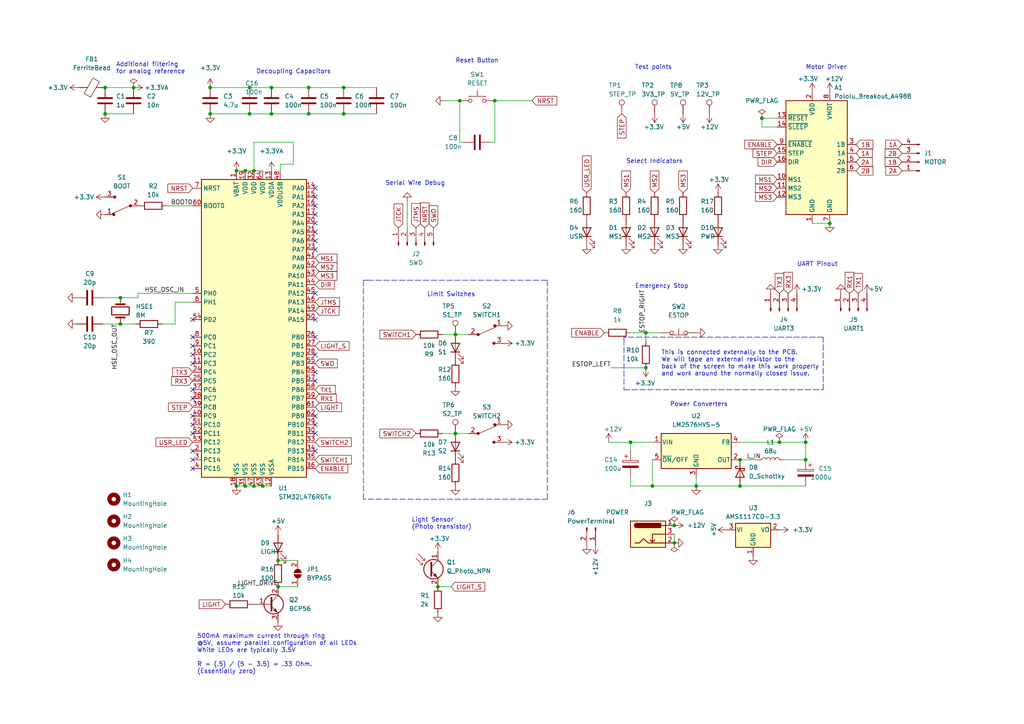
<source format=kicad_sch>
(kicad_sch (version 20211123) (generator eeschema)
  (paper "A4")
  (junction (at 143.51 29.21))
  (junction (at 132.08 97.028))
  (junction (at 73.66 140.97))
  (junction (at 240.665 64.77))
  (junction (at 72.39 25.4))
  (junction (at 99.695 25.4))
  (junction (at 220.98 34.29))
  (junction (at 60.96 33.02))
  (junction (at 99.695 33.02))
  (junction (at 68.58 140.97))
  (junction (at 73.66 49.53))
  (junction (at 226.06 128.27))
  (junction (at 89.535 25.4))
  (junction (at 182.88 128.27))
  (junction (at 71.12 49.53))
  (junction (at 133.35 29.21))
  (junction (at 68.58 49.53))
  (junction (at 195.58 152.4))
  (junction (at 201.93 140.97))
  (junction (at 72.39 33.02))
  (junction (at 195.58 157.48))
  (junction (at 80.645 162.56))
  (junction (at 187.325 96.52))
  (junction (at 214.63 140.97))
  (junction (at 189.23 140.97))
  (junction (at 127 170.18))
  (junction (at 30.48 25.4))
  (junction (at 187.325 106.68))
  (junction (at 34.925 93.98))
  (junction (at 80.645 170.18))
  (junction (at 76.2 140.97))
  (junction (at 89.535 33.02))
  (junction (at 34.925 86.36))
  (junction (at 78.74 33.02))
  (junction (at 132.08 125.73))
  (junction (at 38.735 25.4))
  (junction (at 60.96 25.4))
  (junction (at 30.48 33.02))
  (junction (at 71.12 140.97))
  (junction (at 78.74 25.4))
  (junction (at 214.63 133.35))
  (junction (at 233.68 133.35))
  (junction (at 233.68 128.27))
  (no_connect (at 55.88 105.41))
  (no_connect (at 91.44 54.61))
  (no_connect (at 91.44 97.79))
  (no_connect (at 91.44 57.15))
  (no_connect (at 91.44 107.95))
  (no_connect (at 91.44 72.39))
  (no_connect (at 91.44 110.49))
  (no_connect (at 55.88 113.03))
  (no_connect (at 55.88 97.79))
  (no_connect (at 91.44 120.65))
  (no_connect (at 91.44 130.81))
  (no_connect (at 91.44 92.71))
  (no_connect (at 91.44 123.19))
  (no_connect (at 55.88 102.87))
  (no_connect (at 55.88 123.19))
  (no_connect (at 55.88 133.35))
  (no_connect (at 91.44 67.31))
  (no_connect (at 91.44 125.73))
  (no_connect (at 55.88 135.89))
  (no_connect (at 55.88 120.65))
  (no_connect (at 91.44 85.09))
  (no_connect (at 55.88 125.73))
  (no_connect (at 55.88 130.81))
  (no_connect (at 91.44 62.23))
  (no_connect (at 91.44 59.69))
  (no_connect (at 55.88 115.57))
  (no_connect (at 91.44 102.87))
  (no_connect (at 55.88 92.71))
  (no_connect (at 55.88 100.33))
  (no_connect (at 91.44 69.85))
  (no_connect (at 91.44 64.77))
  (polyline (pts (xy 180.975 98.425) (xy 180.975 113.03)))
  (wire (pts (xy 85.09 41.275) (xy 73.66 41.275)))
  (wire (pts (xy 128.905 29.21) (xy 133.35 29.21)))
  (wire (pts (xy 71.12 140.97) (xy 73.66 140.97)))
  (wire (pts (xy 227.33 133.35) (xy 233.68 133.35)))
  (wire (pts (xy 85.09 47.625) (xy 85.09 41.275)))
  (wire (pts (xy 30.48 25.4) (xy 38.735 25.4)))
  (wire (pts (xy 177.165 106.68) (xy 187.325 106.68)))
  (polyline (pts (xy 106.68 81.28) (xy 158.75 81.28)))
  (wire (pts (xy 118.11 58.42) (xy 118.11 66.04)))
  (wire (pts (xy 176.53 128.27) (xy 182.88 128.27)))
  (wire (pts (xy 40.005 85.09) (xy 55.88 85.09)))
  (polyline (pts (xy 180.975 113.03) (xy 238.76 113.03)))
  (wire (pts (xy 235.585 64.77) (xy 240.665 64.77)))
  (wire (pts (xy 189.23 133.35) (xy 189.23 140.97)))
  (wire (pts (xy 99.695 33.02) (xy 109.22 33.02)))
  (wire (pts (xy 99.695 25.4) (xy 109.22 25.4)))
  (wire (pts (xy 73.66 140.97) (xy 76.2 140.97)))
  (wire (pts (xy 73.66 49.53) (xy 76.2 49.53)))
  (polyline (pts (xy 105.41 81.28) (xy 106.68 81.28)))
  (wire (pts (xy 78.74 25.4) (xy 89.535 25.4)))
  (polyline (pts (xy 238.76 113.03) (xy 238.76 97.79)))
  (wire (pts (xy 214.63 128.27) (xy 226.06 128.27)))
  (wire (pts (xy 48.26 59.69) (xy 55.88 59.69)))
  (wire (pts (xy 233.68 128.27) (xy 233.68 133.35)))
  (wire (pts (xy 34.925 93.98) (xy 39.37 93.98)))
  (polyline (pts (xy 158.75 81.28) (xy 158.75 144.78)))
  (wire (pts (xy 201.93 140.97) (xy 214.63 140.97)))
  (wire (pts (xy 80.645 170.18) (xy 86.36 170.18)))
  (wire (pts (xy 128.27 125.73) (xy 132.08 125.73)))
  (wire (pts (xy 78.74 33.02) (xy 89.535 33.02)))
  (wire (pts (xy 89.535 33.02) (xy 99.695 33.02)))
  (wire (pts (xy 142.24 41.275) (xy 143.51 41.275)))
  (wire (pts (xy 143.51 29.21) (xy 143.51 41.275)))
  (wire (pts (xy 189.23 140.97) (xy 201.93 140.97)))
  (wire (pts (xy 182.88 128.27) (xy 182.88 130.81)))
  (wire (pts (xy 127 170.18) (xy 130.81 170.18)))
  (wire (pts (xy 133.35 29.21) (xy 133.35 41.275)))
  (wire (pts (xy 143.51 29.21) (xy 154.305 29.21)))
  (wire (pts (xy 50.8 87.63) (xy 55.88 87.63)))
  (wire (pts (xy 68.58 49.53) (xy 71.12 49.53)))
  (wire (pts (xy 80.645 162.56) (xy 86.36 162.56)))
  (wire (pts (xy 81.28 49.53) (xy 81.28 47.625)))
  (wire (pts (xy 29.845 93.98) (xy 34.925 93.98)))
  (wire (pts (xy 201.93 138.43) (xy 201.93 140.97)))
  (wire (pts (xy 50.8 93.98) (xy 50.8 87.63)))
  (wire (pts (xy 182.88 140.97) (xy 189.23 140.97)))
  (wire (pts (xy 68.58 140.97) (xy 71.12 140.97)))
  (wire (pts (xy 81.28 47.625) (xy 85.09 47.625)))
  (wire (pts (xy 214.63 140.97) (xy 233.68 140.97)))
  (wire (pts (xy 72.39 25.4) (xy 78.74 25.4)))
  (polyline (pts (xy 180.975 97.79) (xy 180.975 98.425)))
  (wire (pts (xy 46.99 93.98) (xy 50.8 93.98)))
  (wire (pts (xy 71.12 49.53) (xy 73.66 49.53)))
  (wire (pts (xy 214.63 133.35) (xy 219.71 133.35)))
  (polyline (pts (xy 238.76 97.79) (xy 180.975 97.79)))
  (wire (pts (xy 72.39 33.02) (xy 78.74 33.02)))
  (wire (pts (xy 132.08 97.028) (xy 135.89 97.028)))
  (wire (pts (xy 220.98 34.29) (xy 220.98 36.83)))
  (wire (pts (xy 76.2 140.97) (xy 78.74 140.97)))
  (wire (pts (xy 29.845 86.36) (xy 34.925 86.36)))
  (wire (pts (xy 132.08 125.73) (xy 135.89 125.73)))
  (wire (pts (xy 60.96 25.4) (xy 72.39 25.4)))
  (wire (pts (xy 60.96 33.02) (xy 72.39 33.02)))
  (wire (pts (xy 134.62 41.275) (xy 133.35 41.275)))
  (polyline (pts (xy 105.41 144.78) (xy 105.41 81.28)))
  (wire (pts (xy 187.325 96.52) (xy 191.77 96.52)))
  (wire (pts (xy 30.48 33.02) (xy 38.735 33.02)))
  (wire (pts (xy 182.88 138.43) (xy 182.88 140.97)))
  (wire (pts (xy 225.425 34.29) (xy 220.98 34.29)))
  (polyline (pts (xy 158.75 144.78) (xy 105.41 144.78)))
  (wire (pts (xy 187.325 96.52) (xy 187.325 99.06)))
  (wire (pts (xy 34.925 86.36) (xy 40.005 86.36)))
  (wire (pts (xy 73.66 41.275) (xy 73.66 49.53)))
  (wire (pts (xy 182.88 128.27) (xy 189.23 128.27)))
  (wire (pts (xy 195.58 154.94) (xy 195.58 157.48)))
  (wire (pts (xy 226.06 128.27) (xy 233.68 128.27)))
  (wire (pts (xy 220.98 36.83) (xy 225.425 36.83)))
  (wire (pts (xy 182.88 96.52) (xy 187.325 96.52)))
  (wire (pts (xy 128.27 97.028) (xy 132.08 97.028)))
  (wire (pts (xy 89.535 25.4) (xy 99.695 25.4)))
  (wire (pts (xy 40.005 86.36) (xy 40.005 85.09)))
  (text "UART Pinout" (at 231.14 77.47 0) (effects (font (size 1.27 1.27)) (justify left bottom)))
  (text "Serial Wire Debug" (at 111.76 53.975 0) (effects (font (size 1.27 1.27)) (justify left bottom)))
  (text "Additional filtering\nfor analog reference" (at 33.655 21.59 0) (effects (font (size 1.27 1.27)) (justify left bottom)))
  (text "Test points" (at 184.15 20.32 0) (effects (font (size 1.27 1.27)) (justify left bottom)))
  (text "Decoupling Capacitors" (at 74.295 21.59 0) (effects (font (size 1.27 1.27)) (justify left bottom)))
  (text "Power Converters" (at 194.31 118.11 0) (effects (font (size 1.27 1.27)) (justify left bottom)))
  (text "This is connected externally to the PCB.\nWe will tape an external resistor to the\nback of the screen to make this work properly\nand work around the normally closed issue." (at 191.77 109.22 0) (effects (font (size 1.27 1.27)) (justify left bottom)))
  (text "500mA maximum current through ring\n@5V, assume parallel configuration of all LEDs\nWhite LEDs are typically 3.5V\n\nR = (.5) / (5 - 3.5) = .33 Ohm.\n(Essentially zero)" (at 57.15 195.58 0) (effects (font (size 1.27 1.27)) (justify left bottom)))
  (text "Select Indicators" (at 181.61 47.625 0) (effects (font (size 1.27 1.27)) (justify left bottom)))
  (text "Reset Button" (at 132.08 18.415 0) (effects (font (size 1.27 1.27)) (justify left bottom)))
  (text "Emergency Stop" (at 184.15 83.82 0) (effects (font (size 1.27 1.27)) (justify left bottom)))
  (text "Light Sensor\n(Photo transistor)" (at 119.38 153.67 0) (effects (font (size 1.27 1.27)) (justify left bottom)))
  (text "Motor Driver" (at 233.68 20.32 0) (effects (font (size 1.27 1.27)) (justify left bottom)))
  (text "Limit Switches" (at 123.825 86.233 0) (effects (font (size 1.27 1.27)) (justify left bottom)))
  (label "L_IN" (at 216.535 133.35 0))
  (label "ESTOP_RIGHT" (at 187.325 96.52 90))
  (label "HSE_OSC_IN" (at 41.91 85.09 0))
  (label "BOOT0" (at 49.53 59.69 0))
  (label "HSE_OSC_OUT" (at 34.29 93.98 270))
  (label "ESTOP_LEFT" (at 177.165 106.68 180))
  (label "LIGHT_DRIVE" (at 80.645 170.18 180))
  (global_label "TX3" (shape input) (at 226.06 85.09 90) (property "Intersheet References" "${INTERSHEET_REFS}" (effects hide)))
  (global_label "SWITCH2" (shape input) (at 120.65 125.73 180) (property "Intersheet References" "${INTERSHEET_REFS}" (effects hide)))
  (global_label "SWO" (shape input) (at 125.73 66.04 90) (property "Intersheet References" "${INTERSHEET_REFS}" (effects hide)))
  (global_label "LIGHT" (shape input) (at 91.44 118.11 0) (property "Intersheet References" "${INTERSHEET_REFS}" (effects hide)))
  (global_label "USR_LED" (shape input) (at 55.88 128.27 180) (property "Intersheet References" "${INTERSHEET_REFS}" (effects hide)))
  (global_label "JTCK" (shape input) (at 115.57 66.04 90) (property "Intersheet References" "${INTERSHEET_REFS}" (effects hide)))
  (global_label "MS1" (shape input) (at 181.61 55.88 90) (property "Intersheet References" "${INTERSHEET_REFS}" (effects hide)))
  (global_label "RX3" (shape input) (at 55.88 110.49 180) (property "Intersheet References" "${INTERSHEET_REFS}" (effects hide)))
  (global_label "1B" (shape input) (at 261.62 46.99 180) (property "Intersheet References" "${INTERSHEET_REFS}" (effects hide)))
  (global_label "2B" (shape input) (at 261.62 44.45 180) (property "Intersheet References" "${INTERSHEET_REFS}" (effects hide)))
  (global_label "1B" (shape input) (at 248.285 41.91 0) (property "Intersheet References" "${INTERSHEET_REFS}" (effects hide)))
  (global_label "RX1" (shape input) (at 246.38 85.09 90) (property "Intersheet References" "${INTERSHEET_REFS}" (effects hide)))
  (global_label "LIGHT_S" (shape input) (at 91.44 100.33 0) (property "Intersheet References" "${INTERSHEET_REFS}" (effects hide)))
  (global_label "STEP" (shape input) (at 225.425 44.45 180) (property "Intersheet References" "${INTERSHEET_REFS}" (effects hide)))
  (global_label "SWITCH2" (shape input) (at 91.44 128.27 0) (property "Intersheet References" "${INTERSHEET_REFS}" (effects hide)))
  (global_label "2A" (shape input) (at 248.285 46.99 0) (property "Intersheet References" "${INTERSHEET_REFS}" (effects hide)))
  (global_label "MS3" (shape input) (at 91.44 80.01 0) (property "Intersheet References" "${INTERSHEET_REFS}" (effects hide)))
  (global_label "MS3" (shape input) (at 198.12 55.88 90) (property "Intersheet References" "${INTERSHEET_REFS}" (effects hide)))
  (global_label "RX1" (shape input) (at 91.44 115.57 0) (property "Intersheet References" "${INTERSHEET_REFS}" (effects hide)))
  (global_label "DIR" (shape input) (at 225.425 46.99 180) (property "Intersheet References" "${INTERSHEET_REFS}" (effects hide)))
  (global_label "SWO" (shape input) (at 91.44 105.41 0) (property "Intersheet References" "${INTERSHEET_REFS}" (effects hide)))
  (global_label "SWITCH1" (shape input) (at 91.44 133.35 0) (property "Intersheet References" "${INTERSHEET_REFS}" (effects hide)))
  (global_label "TX3" (shape input) (at 55.88 107.95 180) (property "Intersheet References" "${INTERSHEET_REFS}" (effects hide)))
  (global_label "NRST" (shape input) (at 123.19 66.04 90) (property "Intersheet References" "${INTERSHEET_REFS}" (effects hide)))
  (global_label "JTMS" (shape input) (at 91.44 87.63 0) (property "Intersheet References" "${INTERSHEET_REFS}" (effects hide)))
  (global_label "STEP" (shape input) (at 180.34 33.02 270) (property "Intersheet References" "${INTERSHEET_REFS}" (effects hide)))
  (global_label "2A" (shape input) (at 261.62 49.53 180) (property "Intersheet References" "${INTERSHEET_REFS}" (effects hide)))
  (global_label "USR_LED" (shape input) (at 170.18 55.88 90) (property "Intersheet References" "${INTERSHEET_REFS}" (effects hide)))
  (global_label "ENABLE" (shape input) (at 225.425 41.91 180) (property "Intersheet References" "${INTERSHEET_REFS}" (effects hide)))
  (global_label "NRST" (shape input) (at 154.305 29.21 0) (property "Intersheet References" "${INTERSHEET_REFS}" (effects hide)))
  (global_label "ENABLE" (shape input) (at 175.26 96.52 180) (property "Intersheet References" "${INTERSHEET_REFS}" (effects hide)))
  (global_label "RX3" (shape input) (at 228.6 85.09 90) (property "Intersheet References" "${INTERSHEET_REFS}" (effects hide)))
  (global_label "MS1" (shape input) (at 91.44 74.93 0) (property "Intersheet References" "${INTERSHEET_REFS}" (effects hide)))
  (global_label "SWITCH1" (shape input) (at 120.65 97.028 180) (property "Intersheet References" "${INTERSHEET_REFS}" (effects hide)))
  (global_label "LIGHT_S" (shape input) (at 130.81 170.18 0) (property "Intersheet References" "${INTERSHEET_REFS}" (effects hide)))
  (global_label "MS2" (shape input) (at 91.44 77.47 0) (property "Intersheet References" "${INTERSHEET_REFS}" (effects hide)))
  (global_label "STEP" (shape input) (at 55.88 118.11 180) (property "Intersheet References" "${INTERSHEET_REFS}" (effects hide)))
  (global_label "LIGHT" (shape input) (at 65.405 175.26 180) (property "Intersheet References" "${INTERSHEET_REFS}" (effects hide)))
  (global_label "JTMS" (shape input) (at 120.65 66.04 90) (property "Intersheet References" "${INTERSHEET_REFS}" (effects hide)))
  (global_label "MS1" (shape input) (at 225.425 52.07 180) (property "Intersheet References" "${INTERSHEET_REFS}" (effects hide)))
  (global_label "DIR" (shape input) (at 91.44 82.55 0) (property "Intersheet References" "${INTERSHEET_REFS}" (effects hide)))
  (global_label "MS2" (shape input) (at 189.865 55.88 90) (property "Intersheet References" "${INTERSHEET_REFS}" (effects hide)))
  (global_label "ENABLE" (shape input) (at 91.44 135.89 0) (property "Intersheet References" "${INTERSHEET_REFS}" (effects hide)))
  (global_label "2B" (shape input) (at 248.285 49.53 0) (property "Intersheet References" "${INTERSHEET_REFS}" (effects hide)))
  (global_label "TX1" (shape input) (at 91.44 113.03 0) (property "Intersheet References" "${INTERSHEET_REFS}" (effects hide)))
  (global_label "MS2" (shape input) (at 225.425 54.61 180) (property "Intersheet References" "${INTERSHEET_REFS}" (effects hide)))
  (global_label "JTCK" (shape input) (at 91.44 90.17 0) (property "Intersheet References" "${INTERSHEET_REFS}" (effects hide)))
  (global_label "1A" (shape input) (at 261.62 41.91 180) (property "Intersheet References" "${INTERSHEET_REFS}" (effects hide)))
  (global_label "MS3" (shape input) (at 225.425 57.15 180) (property "Intersheet References" "${INTERSHEET_REFS}" (effects hide)))
  (global_label "1A" (shape input) (at 248.285 44.45 0) (property "Intersheet References" "${INTERSHEET_REFS}" (effects hide)))
  (global_label "NRST" (shape input) (at 55.88 54.61 180) (property "Intersheet References" "${INTERSHEET_REFS}" (effects hide)))
  (global_label "TX1" (shape input) (at 248.92 85.09 90) (property "Intersheet References" "${INTERSHEET_REFS}" (effects hide)))
  (symbol (lib_id "Device:R") (at 187.325 102.87 0) (unit 1)
    (property "Reference" "R10" (at 181.61 101.6 0) (effects (justify left)))
    (property "Value" "10k" (at 181.61 104.14 0) (effects (justify left)))
    (property "Footprint" "Resistor_SMD:R_0402_1005Metric" (effects hide))
  )
  (symbol (lib_id "Connector:TestPoint") (at 132.08 97.028 0) (unit 1)
    (property "Reference" "TP5" (at 128.27 88.773 0) (effects (justify left)))
    (property "Value" "S1_TP" (at 128.27 91.313 0) (effects (justify left)))
    (property "Footprint" "TestPoint:TestPoint_Pad_D1.5mm" (effects hide))
  )
  (symbol (lib_id "Jumper:SolderJumper_2_Open") (at 86.36 166.37 90) (unit 1)
    (property "Reference" "JP1" (at 88.9 165.0999 90) (effects (justify right)))
    (property "Value" "BYPASS" (at 88.9 167.6399 90) (effects (justify right)))
    (property "Footprint" "Jumper:SolderJumper-2_P1.3mm_Open_Pad1.0x1.5mm" (effects hide))
  )
  (symbol (lib_id "power:GND") (at 30.48 62.23 270) (unit 1)
    (property "Reference" "#PWR017" (effects hide))
    (property "Value" "GND" (effects hide))
  )
  (symbol (lib_id "Device:C") (at 99.695 29.21 0) (unit 1)
    (property "Reference" "C6" (at 102.87 27.9399 0) (effects (justify left)))
    (property "Value" "100n" (at 102.87 30.4799 0) (effects (justify left)))
    (property "Footprint" "Capacitor_SMD:C_0402_1005Metric" (effects hide))
  )
  (symbol (lib_id "Device:LED") (at 189.865 67.31 90) (unit 1)
    (property "Reference" "D2" (at 184.785 66.04 90) (effects (justify right)))
    (property "Value" "MS2" (at 184.785 68.58 90) (effects (justify right)))
    (property "Footprint" "LED_SMD:LED_0805_2012Metric" (effects hide))
  )
  (symbol (lib_id "power:GND") (at 132.08 140.97 0) (unit 1)
    (property "Reference" "#PWR036" (effects hide))
    (property "Value" "GND" (effects hide))
  )
  (symbol (lib_id "Device:C") (at 26.035 86.36 90) (unit 1)
    (property "Reference" "C9" (at 26.035 79.375 90))
    (property "Value" "20p" (at 26.035 81.915 90))
    (property "Footprint" "Capacitor_SMD:C_0402_1005Metric" (effects hide))
  )
  (symbol (lib_id "Connector:TestPoint") (at 205.74 33.02 0) (unit 1)
    (property "Reference" "TP3" (at 201.93 24.765 0) (effects (justify left)))
    (property "Value" "12V_TP" (at 201.93 27.305 0) (effects (justify left)))
    (property "Footprint" "TestPoint:TestPoint_Pad_D1.5mm" (effects hide))
  )
  (symbol (lib_id "power:+3.3V") (at 127 160.02 0) (unit 1)
    (property "Reference" "#PWR011" (effects hide))
    (property "Value" "+3.3V" (at 124.46 156.21 0) (effects (justify left)))
  )
  (symbol (lib_id "power:GND") (at 118.11 58.42 180) (unit 1)
    (property "Reference" "#PWR015" (effects hide))
    (property "Value" "GND" (effects hide))
  )
  (symbol (lib_id "Device:R") (at 43.18 93.98 270) (unit 1)
    (property "Reference" "R7" (at 43.18 96.52 90))
    (property "Value" "390" (at 43.18 99.06 90))
    (property "Footprint" "Resistor_SMD:R_0402_1005Metric" (effects hide))
  )
  (symbol (lib_id "Device:Crystal") (at 34.925 90.17 90) (unit 1)
    (property "Reference" "HSE1" (at 39.37 88.8999 90) (effects (justify right)))
    (property "Value" "8M" (at 39.37 91.4399 90) (effects (justify right)))
    (property "Footprint" "Crystal:Crystal_SMD_MicroCrystal_CC4V-T1A-2Pin_5.0x1.9mm" (effects hide))
  )
  (symbol (lib_id "Device:LED") (at 132.08 100.838 90) (unit 1)
    (property "Reference" "D6" (at 127 99.568 90) (effects (justify right)))
    (property "Value" "S1" (at 127 102.108 90) (effects (justify right)))
    (property "Footprint" "LED_SMD:LED_0805_2012Metric" (effects hide))
  )
  (symbol (lib_id "power:+12V") (at 205.74 33.02 180) (unit 1)
    (property "Reference" "#PWR010" (effects hide))
    (property "Value" "+12V" (at 205.74 36.83 0))
  )
  (symbol (lib_id "Connector:TestPoint") (at 132.08 125.73 0) (unit 1)
    (property "Reference" "TP6" (at 128.27 117.475 0) (effects (justify left)))
    (property "Value" "S2_TP" (at 128.27 120.015 0) (effects (justify left)))
    (property "Footprint" "TestPoint:TestPoint_Pad_D1.5mm" (effects hide))
  )
  (symbol (lib_id "power:GND") (at 22.225 93.98 270) (unit 1)
    (property "Reference" "#PWR023" (effects hide))
    (property "Value" "GND" (effects hide))
  )
  (symbol (lib_id "power:GND") (at 128.905 29.21 270) (unit 1)
    (property "Reference" "#PWR06" (effects hide))
    (property "Value" "GND" (effects hide))
  )
  (symbol (lib_id "Device:R") (at 181.61 59.69 0) (unit 1)
    (property "Reference" "R3" (at 176.53 58.42 0) (effects (justify left)))
    (property "Value" "160" (at 176.53 60.96 0) (effects (justify left)))
    (property "Footprint" "Resistor_SMD:R_0402_1005Metric" (effects hide))
  )
  (symbol (lib_id "Device:R") (at 124.46 97.028 270) (unit 1)
    (property "Reference" "R9" (at 124.46 102.743 90))
    (property "Value" "10k" (at 124.46 100.203 90))
    (property "Footprint" "Resistor_SMD:R_0402_1005Metric" (effects hide))
  )
  (symbol (lib_id "power:GND") (at 146.05 123.19 90) (unit 1)
    (property "Reference" "#PWR031" (effects hide))
    (property "Value" "GND" (effects hide))
  )
  (symbol (lib_id "Device:R") (at 170.18 59.69 0) (unit 1)
    (property "Reference" "R6" (at 165.1 58.42 0) (effects (justify left)))
    (property "Value" "160" (at 165.1 60.96 0) (effects (justify left)))
    (property "Footprint" "Resistor_SMD:R_0402_1005Metric" (effects hide))
  )
  (symbol (lib_id "Connector:TestPoint") (at 198.12 33.02 0) (unit 1)
    (property "Reference" "TP8" (at 194.31 24.765 0) (effects (justify left)))
    (property "Value" "5V_TP" (at 194.31 27.305 0) (effects (justify left)))
    (property "Footprint" "TestPoint:TestPoint_Pad_D1.5mm" (effects hide))
  )
  (symbol (lib_id "Device:R") (at 189.865 59.69 0) (unit 1)
    (property "Reference" "R4" (at 184.785 58.42 0) (effects (justify left)))
    (property "Value" "160" (at 184.785 60.96 0) (effects (justify left)))
    (property "Footprint" "Resistor_SMD:R_0402_1005Metric" (effects hide))
  )
  (symbol (lib_id "LedRemap:LEDRemapped") (at 80.645 158.75 90) (unit 1)
    (property "Reference" "D9" (at 75.565 157.48 90) (effects (justify right)))
    (property "Value" "LIGHT" (at 75.565 160.02 90) (effects (justify right)))
    (property "Footprint" "TerminalBlock_Phoenix:TerminalBlock_Phoenix_MPT-0,5-2-2.54_1x02_P2.54mm_Horizontal" (effects hide))
  )
  (symbol (lib_id "power:GND") (at 170.18 71.12 0) (unit 1)
    (property "Reference" "#PWR021" (effects hide))
    (property "Value" "GND" (effects hide))
  )
  (symbol (lib_id "Device:C") (at 89.535 29.21 0) (unit 1)
    (property "Reference" "C5" (at 92.71 27.9399 0) (effects (justify left)))
    (property "Value" "100n" (at 92.71 30.4799 0) (effects (justify left)))
    (property "Footprint" "Capacitor_SMD:C_0402_1005Metric" (effects hide))
  )
  (symbol (lib_id "Device:R") (at 208.28 59.69 0) (unit 1)
    (property "Reference" "R17" (at 203.2 58.42 0) (effects (justify left)))
    (property "Value" "160" (at 203.2 60.96 0) (effects (justify left)))
    (property "Footprint" "Resistor_SMD:R_0402_1005Metric" (effects hide))
  )
  (symbol (lib_id "Mechanical:MountingHole") (at 33.02 157.48 0) (unit 1)
    (property "Reference" "H3" (at 35.56 156.2099 0) (effects (justify left)))
    (property "Value" "MountingHole" (at 35.56 158.7499 0) (effects (justify left)))
    (property "Footprint" "MountingHole:MountingHole_2.2mm_M2" (effects hide))
  )
  (symbol (lib_id "power:PWR_FLAG") (at 220.98 34.29 0) (unit 1)
    (property "Reference" "#FLG0103" (effects hide))
    (property "Value" "PWR_FLAG" (at 220.98 29.21 0))
  )
  (symbol (lib_id "Device:C_Polarized") (at 182.88 134.62 0) (unit 1)
    (property "Reference" "C14" (at 175.26 133.35 0) (effects (justify left)))
    (property "Value" "100u" (at 175.26 135.89 0) (effects (justify left)))
    (property "Footprint" "Capacitor_SMD:C_Elec_8x5.4" (effects hide))
  )
  (symbol (lib_id "Device:C") (at 60.96 29.21 0) (unit 1)
    (property "Reference" "C3" (at 64.77 27.9399 0) (effects (justify left)))
    (property "Value" "4.7u" (at 64.77 30.4799 0) (effects (justify left)))
    (property "Footprint" "Capacitor_Tantalum_SMD:CP_EIA-2012-12_Kemet-R" (effects hide))
  )
  (symbol (lib_id "power:+3.3V") (at 235.585 26.67 0) (unit 1)
    (property "Reference" "#PWR01" (effects hide))
    (property "Value" "+3.3V" (at 234.315 22.86 0))
  )
  (symbol (lib_id "power:GND") (at 201.93 140.97 0) (unit 1)
    (property "Reference" "#PWR039" (effects hide))
    (property "Value" "GND" (effects hide))
  )
  (symbol (lib_id "Driver_Motor:Pololu_Breakout_A4988") (at 235.585 44.45 0) (unit 1)
    (property "Reference" "A1" (at 241.935 25.4 0) (effects (justify left)))
    (property "Value" "Pololu_Breakout_A4988" (at 241.935 27.94 0) (effects (justify left)))
    (property "Footprint" "Module:Pololu_Breakout-16_15.2x20.3mm" (effects hide))
    (property "Datasheet" "https://www.pololu.com/product/2980/pictures" (effects hide))
  )
  (symbol (lib_id "power:GND") (at 240.665 64.77 0) (unit 1)
    (property "Reference" "#PWR016" (effects hide))
    (property "Value" "GND" (effects hide))
  )
  (symbol (lib_id "power:GND") (at 195.58 157.48 90) (unit 1)
    (property "Reference" "#PWR0102" (effects hide))
    (property "Value" "GND" (effects hide))
  )
  (symbol (lib_id "power:GND") (at 198.12 71.12 0) (unit 1)
    (property "Reference" "#PWR020" (effects hide))
    (property "Value" "GND" (effects hide))
  )
  (symbol (lib_id "Device:LED") (at 198.12 67.31 90) (unit 1)
    (property "Reference" "D3" (at 193.04 66.04 90) (effects (justify right)))
    (property "Value" "MS3" (at 193.04 68.58 90) (effects (justify right)))
    (property "Footprint" "LED_SMD:LED_0805_2012Metric" (effects hide))
  )
  (symbol (lib_id "Transistor_BJT:BCP56") (at 78.105 175.26 0) (unit 1)
    (property "Reference" "Q2" (at 83.82 173.9899 0) (effects (justify left)))
    (property "Value" "BCP56" (at 83.82 176.5299 0) (effects (justify left)))
    (property "Footprint" "Package_TO_SOT_SMD:SOT-223" (effects hide))
    (property "Datasheet" "http://cache.nxp.com/documents/data_sheet/BCP56_BCX56_BC56PA.pdf?pspll=1" (effects hide))
  )
  (symbol (lib_id "power:GND") (at 181.61 71.12 0) (unit 1)
    (property "Reference" "#PWR018" (effects hide))
    (property "Value" "GND" (effects hide))
  )
  (symbol (lib_id "Connector:Conn_01x04_Male") (at 246.38 90.17 90) (unit 1)
    (property "Reference" "J5" (at 247.65 92.71 90))
    (property "Value" "UART1" (at 247.65 95.25 90))
    (property "Footprint" "Connector_PinHeader_2.54mm:PinHeader_1x04_P2.54mm_Vertical" (effects hide))
  )
  (symbol (lib_id "Device:R") (at 179.07 96.52 270) (unit 1)
    (property "Reference" "R8" (at 179.07 90.17 90))
    (property "Value" "1k" (at 179.07 92.71 90))
    (property "Footprint" "Resistor_SMD:R_0402_1005Metric" (effects hide))
  )
  (symbol (lib_id "power:+3.3V") (at 30.48 57.15 90) (unit 1)
    (property "Reference" "#PWR014" (effects hide))
    (property "Value" "+3.3V" (at 27.305 57.1499 90) (effects (justify left)))
  )
  (symbol (lib_id "power:GND") (at 132.08 112.268 0) (unit 1)
    (property "Reference" "#PWR029" (effects hide))
    (property "Value" "GND" (effects hide))
  )
  (symbol (lib_id "Connector:Conn_01x04_Male") (at 226.06 90.17 90) (unit 1)
    (property "Reference" "J4" (at 227.33 92.71 90))
    (property "Value" "UART3" (at 227.33 95.25 90))
    (property "Footprint" "Connector_PinHeader_2.54mm:PinHeader_1x04_P2.54mm_Vertical" (effects hide))
  )
  (symbol (lib_id "Device:R") (at 69.215 175.26 90) (unit 1)
    (property "Reference" "R15" (at 69.215 170.18 90))
    (property "Value" "10k" (at 69.215 172.72 90))
    (property "Footprint" "Resistor_SMD:R_0402_1005Metric" (effects hide))
  )
  (symbol (lib_id "power:+5V") (at 80.645 154.94 0) (unit 1)
    (property "Reference" "#PWR0105" (effects hide))
    (property "Value" "+5V" (at 80.645 151.13 0))
  )
  (symbol (lib_id "Connector:Conn_01x04_Male") (at 266.7 46.99 180) (unit 1)
    (property "Reference" "J1" (at 267.97 44.4499 0) (effects (justify right)))
    (property "Value" "MOTOR" (at 267.97 46.9899 0) (effects (justify right)))
    (property "Footprint" "Connector_PinHeader_2.54mm:PinHeader_1x04_P2.54mm_Vertical" (effects hide))
  )
  (symbol (lib_id "dk_Slide-Switches:EG1218") (at 140.97 97.028 0) (unit 1)
    (property "Reference" "S2" (at 141.1732 88.773 0))
    (property "Value" "SWITCH1" (at 141.1732 91.313 0))
    (property "Footprint" "Connector_PinHeader_2.54mm:PinHeader_1x03_P2.54mm_Vertical" (effects hide))
    (property "Datasheet" "http://spec_sheets.e-switch.com/specs/P040040.pdf" (effects hide))
    (property "Digi-Key_PN" "EG1903-ND" (effects hide))
    (property "MPN" "EG1218" (effects hide))
    (property "Category" "Switches" (effects hide))
    (property "Family" "Slide Switches" (effects hide))
    (property "DK_Datasheet_Link" "http://spec_sheets.e-switch.com/specs/P040040.pdf" (effects hide))
    (property "DK_Detail_Page" "/product-detail/en/e-switch/EG1218/EG1903-ND/101726" (effects hide))
    (property "Description" "SWITCH SLIDE SPDT 200MA 30V" (effects hide))
    (property "Manufacturer" "E-Switch" (effects hide))
    (property "Status" "Active" (effects hide))
  )
  (symbol (lib_id "Device:R") (at 80.645 166.37 0) (unit 1)
    (property "Reference" "R16" (at 75.565 165.1 0) (effects (justify left)))
    (property "Value" "100" (at 75.565 167.64 0) (effects (justify left)))
    (property "Footprint" "Resistor_SMD:R_0603_1608Metric" (effects hide))
  )
  (symbol (lib_id "Device:R") (at 124.46 125.73 270) (unit 1)
    (property "Reference" "R13" (at 124.46 131.445 90))
    (property "Value" "10k" (at 124.46 128.905 90))
    (property "Footprint" "Resistor_SMD:R_0402_1005Metric" (effects hide))
  )
  (symbol (lib_id "Device:L") (at 223.52 133.35 90) (unit 1)
    (property "Reference" "L1" (at 223.52 128.27 90))
    (property "Value" "68u" (at 223.52 130.81 90))
    (property "Footprint" "cad:SRP1040VA-1R5M" (effects hide))
  )
  (symbol (lib_id "power:PWR_FLAG") (at 38.735 25.4 0) (unit 1)
    (property "Reference" "#FLG0105" (effects hide))
    (property "Value" "PWR_FLAG" (effects hide))
  )
  (symbol (lib_id "Switch:SW_Push_Open") (at 196.85 96.52 0) (unit 1)
    (property "Reference" "SW2" (at 196.85 88.9 0))
    (property "Value" "ESTOP" (at 196.85 91.44 0))
    (property "Footprint" "Connector_PinHeader_2.54mm:PinHeader_1x02_P2.54mm_Vertical" (effects hide))
  )
  (symbol (lib_id "power:GND") (at 218.44 161.29 0) (unit 1)
    (property "Reference" "#PWR042" (effects hide))
    (property "Value" "GND" (effects hide))
  )
  (symbol (lib_id "Connector:Barrel_Jack_Switch") (at 187.96 154.94 0) (unit 1)
    (property "Reference" "J3" (at 187.96 146.05 0))
    (property "Value" "POWER" (at 179.07 148.59 0))
    (property "Footprint" "Connector_BarrelJack:BarrelJack_Horizontal" (effects hide))
  )
  (symbol (lib_id "power:+5V") (at 198.12 33.02 180) (unit 1)
    (property "Reference" "#PWR047" (effects hide))
    (property "Value" "+5V" (at 198.12 36.83 0))
  )
  (symbol (lib_id "Connector:TestPoint") (at 189.865 33.02 0) (unit 1)
    (property "Reference" "TP2" (at 186.055 24.765 0) (effects (justify left)))
    (property "Value" "3V3_TP" (at 186.055 27.305 0) (effects (justify left)))
    (property "Footprint" "TestPoint:TestPoint_Pad_D1.5mm" (effects hide))
  )
  (symbol (lib_id "Device:LED") (at 208.28 67.31 90) (unit 1)
    (property "Reference" "D10" (at 203.2 66.04 90) (effects (justify right)))
    (property "Value" "PWR" (at 203.2 68.58 90) (effects (justify right)))
    (property "Footprint" "LED_SMD:LED_0805_2012Metric" (effects hide))
  )
  (symbol (lib_id "Connector:TestPoint") (at 180.34 33.02 0) (unit 1)
    (property "Reference" "TP1" (at 176.53 24.765 0) (effects (justify left)))
    (property "Value" "STEP_TP" (at 176.53 27.305 0) (effects (justify left)))
    (property "Footprint" "TestPoint:TestPoint_Pad_D1.5mm" (effects hide))
  )
  (symbol (lib_id "power:GND") (at 127 177.8 0) (unit 1)
    (property "Reference" "#PWR034" (effects hide))
    (property "Value" "GND" (effects hide))
  )
  (symbol (lib_id "Regulator_Switching:LM2576HVS-5") (at 201.93 130.81 0) (unit 1)
    (property "Reference" "U2" (at 201.93 120.65 0))
    (property "Value" "LM2576HVS-5" (at 201.93 123.19 0))
    (property "Footprint" "Package_TO_SOT_SMD:TO-263-5_TabPin3" (effects hide))
    (property "Datasheet" "http://www.ti.com/lit/ds/symlink/lm2576.pdf" (effects hide))
  )
  (symbol (lib_id "Device:R") (at 44.45 59.69 90) (unit 1)
    (property "Reference" "R2" (at 44.45 53.975 90))
    (property "Value" "10k" (at 44.45 56.515 90))
    (property "Footprint" "Resistor_SMD:R_0402_1005Metric" (effects hide))
  )
  (symbol (lib_id "Device:C") (at 26.035 93.98 90) (unit 1)
    (property "Reference" "C10" (at 26.035 97.79 90))
    (property "Value" "20p" (at 26.035 100.33 90))
    (property "Footprint" "Capacitor_SMD:C_0402_1005Metric" (effects hide))
  )
  (symbol (lib_id "power:+5V") (at 210.82 153.67 90) (unit 1)
    (property "Reference" "#PWR040" (effects hide))
    (property "Value" "+5V" (at 207.01 153.67 0))
  )
  (symbol (lib_id "power:+3.3V") (at 187.325 106.68 180) (unit 1)
    (property "Reference" "#PWR027" (effects hide))
    (property "Value" "+3.3V" (at 184.15 111.125 0) (effects (justify right)))
  )
  (symbol (lib_id "power:PWR_FLAG") (at 195.58 152.4 0) (unit 1)
    (property "Reference" "#FLG0101" (effects hide))
    (property "Value" "PWR_FLAG" (at 199.39 148.59 0))
  )
  (symbol (lib_id "Device:C") (at 109.22 29.21 0) (unit 1)
    (property "Reference" "C7" (at 113.03 27.9399 0) (effects (justify left)))
    (property "Value" "100n" (at 113.03 30.4799 0) (effects (justify left)))
    (property "Footprint" "Capacitor_SMD:C_0402_1005Metric" (effects hide))
  )
  (symbol (lib_id "power:GND") (at 170.18 158.115 0) (unit 1)
    (property "Reference" "#PWR044" (effects hide))
    (property "Value" "GND" (effects hide))
  )
  (symbol (lib_id "Device:C") (at 30.48 29.21 0) (unit 1)
    (property "Reference" "C1" (at 33.655 27.9399 0) (effects (justify left)))
    (property "Value" "1u" (at 33.655 30.4799 0) (effects (justify left)))
    (property "Footprint" "Capacitor_Tantalum_SMD:CP_EIA-2012-12_Kemet-R" (effects hide))
  )
  (symbol (lib_id "MCU_ST_STM32L4:STM32L476RGTx") (at 73.66 95.25 0) (unit 1)
    (property "Reference" "U1" (at 80.7594 141.605 0) (effects (justify left)))
    (property "Value" "STM32L476RGTx" (at 80.7594 144.145 0) (effects (justify left)))
    (property "Footprint" "Package_QFP:LQFP-64_10x10mm_P0.5mm" (effects hide))
    (property "Datasheet" "http://www.st.com/st-web-ui/static/active/en/resource/technical/document/datasheet/DM00108832.pdf" (effects hide))
  )
  (symbol (lib_id "power:+3.3VA") (at 38.735 25.4 270) (unit 1)
    (property "Reference" "#PWR04" (effects hide))
    (property "Value" "+3.3VA" (at 41.91 25.3999 90) (effects (justify left)))
  )
  (symbol (lib_id "power:+3.3V") (at 60.96 25.4 0) (unit 1)
    (property "Reference" "#PWR05" (effects hide))
    (property "Value" "+3.3V" (at 60.96 19.685 0))
  )
  (symbol (lib_id "power:GND") (at 201.93 96.52 90) (unit 1)
    (property "Reference" "#PWR025" (effects hide))
    (property "Value" "GND" (effects hide))
  )
  (symbol (lib_id "power:PWR_FLAG") (at 226.06 128.27 0) (unit 1)
    (property "Reference" "#FLG0102" (effects hide))
    (property "Value" "PWR_FLAG" (at 226.06 124.46 0))
  )
  (symbol (lib_id "Device:C") (at 72.39 29.21 0) (unit 1)
    (property "Reference" "C16" (at 71.12 24.13 0) (effects (justify left)))
    (property "Value" "100n" (at 71.12 26.67 0) (effects (justify left)))
    (property "Footprint" "Capacitor_SMD:C_0402_1005Metric" (effects hide))
  )
  (symbol (lib_id "Regulator_Linear:AMS1117CD-3.3") (at 218.44 153.67 0) (unit 1)
    (property "Reference" "U3" (at 218.44 147.32 0))
    (property "Value" "AMS1117CD-3.3" (at 218.44 149.86 0))
    (property "Footprint" "Package_TO_SOT_SMD:TO-252-3_TabPin2" (effects hide))
    (property "Datasheet" "http://www.advanced-monolithic.com/pdf/ds1117.pdf" (effects hide))
  )
  (symbol (lib_id "power:+3.3V") (at 68.58 49.53 0) (unit 1)
    (property "Reference" "#PWR012" (effects hide))
    (property "Value" "+3.3V" (at 68.58 43.815 0))
  )
  (symbol (lib_id "power:GND") (at 208.28 71.12 0) (unit 1)
    (property "Reference" "#PWR033" (effects hide))
    (property "Value" "GND" (effects hide))
  )
  (symbol (lib_id "power:GND") (at 60.96 33.02 0) (unit 1)
    (property "Reference" "#PWR08" (effects hide))
    (property "Value" "GND" (effects hide))
  )
  (symbol (lib_id "power:GND") (at 189.865 71.12 0) (unit 1)
    (property "Reference" "#PWR019" (effects hide))
    (property "Value" "GND" (effects hide))
  )
  (symbol (lib_id "dk_Slide-Switches:EG1218") (at 35.56 59.69 180) (unit 1)
    (property "Reference" "S1" (at 35.3568 51.435 0))
    (property "Value" "BOOT" (at 35.3568 53.975 0))
    (property "Footprint" "digikey-footprints:Switch_Slide_11.6x4mm_EG1218" (effects hide))
    (property "Datasheet" "http://spec_sheets.e-switch.com/specs/P040040.pdf" (effects hide))
    (property "Digi-Key_PN" "EG1903-ND" (effects hide))
    (property "MPN" "EG1218" (effects hide))
    (property "Category" "Switches" (effects hide))
    (property "Family" "Slide Switches" (effects hide))
    (property "DK_Datasheet_Link" "http://spec_sheets.e-switch.com/specs/P040040.pdf" (effects hide))
    (property "DK_Detail_Page" "/product-detail/en/e-switch/EG1218/EG1903-ND/101726" (effects hide))
    (property "Description" "SWITCH SLIDE SPDT 200MA 30V" (effects hide))
    (property "Manufacturer" "E-Switch" (effects hide))
    (property "Status" "Active" (effects hide))
  )
  (symbol (lib_id "Device:C") (at 138.43 41.275 270) (unit 1)
    (property "Reference" "C8" (at 131.445 40.005 90))
    (property "Value" "100n" (at 131.445 42.545 90))
    (property "Footprint" "Capacitor_SMD:C_0402_1005Metric" (effects hide))
  )
  (symbol (lib_id "Switch:SW_Push") (at 138.43 29.21 0) (unit 1)
    (property "Reference" "SW1" (at 138.43 21.59 0))
    (property "Value" "RESET" (at 138.43 24.13 0))
    (property "Footprint" "Button_Switch_THT:SW_PUSH_6mm" (effects hide))
  )
  (symbol (lib_id "Device:R") (at 198.12 59.69 0) (unit 1)
    (property "Reference" "R5" (at 193.04 58.42 0) (effects (justify left)))
    (property "Value" "160" (at 193.04 60.96 0) (effects (justify left)))
    (property "Footprint" "Resistor_SMD:R_0402_1005Metric" (effects hide))
  )
  (symbol (lib_id "Device:R") (at 127 173.99 0) (unit 1)
    (property "Reference" "R1" (at 121.92 172.72 0) (effects (justify left)))
    (property "Value" "2k" (at 121.92 175.26 0) (effects (justify left)))
    (property "Footprint" "Resistor_THT:R_Axial_DIN0411_L9.9mm_D3.6mm_P15.24mm_Horizontal" (effects hide))
  )
  (symbol (lib_id "power:GND") (at 243.84 85.09 180) (unit 1)
    (property "Reference" "#PWR045" (effects hide))
    (property "Value" "GND" (effects hide))
  )
  (symbol (lib_id "Device:LED") (at 170.18 67.31 90) (unit 1)
    (property "Reference" "D4" (at 165.1 66.04 90) (effects (justify right)))
    (property "Value" "USR" (at 165.1 68.58 90) (effects (justify right)))
    (property "Footprint" "LED_SMD:LED_0805_2012Metric" (effects hide))
  )
  (symbol (lib_id "Device:R") (at 132.08 108.458 0) (unit 1)
    (property "Reference" "R12" (at 127 107.188 0) (effects (justify left)))
    (property "Value" "160" (at 127 109.728 0) (effects (justify left)))
    (property "Footprint" "Resistor_SMD:R_0402_1005Metric" (effects hide))
  )
  (symbol (lib_id "dk_Slide-Switches:EG1218") (at 140.97 125.73 0) (unit 1)
    (property "Reference" "S3" (at 141.1732 118.11 0))
    (property "Value" "SWITCH2" (at 141.1732 120.65 0))
    (property "Footprint" "Connector_PinHeader_2.54mm:PinHeader_1x03_P2.54mm_Vertical" (effects hide))
    (property "Datasheet" "http://spec_sheets.e-switch.com/specs/P040040.pdf" (effects hide))
    (property "Digi-Key_PN" "EG1903-ND" (effects hide))
    (property "MPN" "EG1218" (effects hide))
    (property "Category" "Switches" (effects hide))
    (property "Family" "Slide Switches" (effects hide))
    (property "DK_Datasheet_Link" "http://spec_sheets.e-switch.com/specs/P040040.pdf" (effects hide))
    (property "DK_Detail_Page" "/product-detail/en/e-switch/EG1218/EG1903-ND/101726" (effects hide))
    (property "Description" "SWITCH SLIDE SPDT 200MA 30V" (effects hide))
    (property "Manufacturer" "E-Switch" (effects hide))
    (property "Status" "Active" (effects hide))
  )
  (symbol (lib_id "power:GND") (at 22.225 86.36 270) (unit 1)
    (property "Reference" "#PWR022" (effects hide))
    (property "Value" "GND" (effects hide))
  )
  (symbol (lib_id "power:+3.3V") (at 231.14 85.09 0) (unit 1)
    (property "Reference" "#PWR0103" (effects hide))
    (property "Value" "+3.3V" (at 232.41 83.82 0) (effects (justify left)))
  )
  (symbol (lib_id "Mechanical:MountingHole") (at 33.02 163.83 0) (unit 1)
    (property "Reference" "H4" (at 35.56 162.5599 0) (effects (justify left)))
    (property "Value" "MountingHole" (at 35.56 165.0999 0) (effects (justify left)))
    (property "Footprint" "MountingHole:MountingHole_2.2mm_M2" (effects hide))
  )
  (symbol (lib_id "Device:R") (at 132.08 137.16 0) (unit 1)
    (property "Reference" "R14" (at 127 135.89 0) (effects (justify left)))
    (property "Value" "160" (at 127 138.43 0) (effects (justify left)))
    (property "Footprint" "Resistor_SMD:R_0402_1005Metric" (effects hide))
  )
  (symbol (lib_id "power:+3.3V") (at 189.865 33.02 180) (unit 1)
    (property "Reference" "#PWR09" (effects hide))
    (property "Value" "+3.3V" (at 186.69 36.83 0) (effects (justify right)))
  )
  (symbol (lib_id "power:PWR_FLAG") (at 195.58 157.48 0) (mirror x) (unit 1)
    (property "Reference" "#FLG0104" (effects hide))
    (property "Value" "PWR_FLAG" (effects hide))
  )
  (symbol (lib_id "Device:FerriteBead") (at 26.67 25.4 90) (unit 1)
    (property "Reference" "FB1" (at 26.6192 17.145 90))
    (property "Value" "FerriteBead" (at 26.6192 19.685 90))
    (property "Footprint" "Inductor_SMD:L_0603_1608Metric" (effects hide))
  )
  (symbol (lib_id "power:+12V") (at 240.665 26.67 0) (unit 1)
    (property "Reference" "#PWR02" (effects hide))
    (property "Value" "+12V" (at 241.935 22.86 0))
  )
  (symbol (lib_id "Device:D_Schottky") (at 214.63 137.16 90) (mirror x) (unit 1)
    (property "Reference" "D8" (at 217.17 135.5724 90) (effects (justify right)))
    (property "Value" "D_Schottky" (at 217.17 138.1124 90) (effects (justify right)))
    (property "Footprint" "Diode_SMD:D_SMC" (effects hide))
  )
  (symbol (lib_id "Device:LED") (at 181.61 67.31 90) (unit 1)
    (property "Reference" "D1" (at 176.53 66.04 90) (effects (justify right)))
    (property "Value" "MS1" (at 176.53 68.58 90) (effects (justify right)))
    (property "Footprint" "LED_SMD:LED_0805_2012Metric" (effects hide))
  )
  (symbol (lib_id "Mechanical:MountingHole") (at 33.02 144.78 0) (unit 1)
    (property "Reference" "H1" (at 35.56 143.5099 0) (effects (justify left)))
    (property "Value" "MountingHole" (at 35.56 146.0499 0) (effects (justify left)))
    (property "Footprint" "MountingHole:MountingHole_2.2mm_M2" (effects hide))
  )
  (symbol (lib_id "power:+3.3V") (at 22.86 25.4 90) (unit 1)
    (property "Reference" "#PWR03" (effects hide))
    (property "Value" "+3.3V" (at 19.685 25.3999 90) (effects (justify left)))
  )
  (symbol (lib_id "power:GND") (at 146.05 94.488 90) (unit 1)
    (property "Reference" "#PWR024" (effects hide))
    (property "Value" "GND" (effects hide))
  )
  (symbol (lib_id "power:+5V") (at 251.46 85.09 0) (unit 1)
    (property "Reference" "#PWR046" (effects hide))
    (property "Value" "+5V" (at 254 83.82 0))
  )
  (symbol (lib_id "Device:C") (at 78.74 29.21 0) (unit 1)
    (property "Reference" "C4" (at 82.55 27.9399 0) (effects (justify left)))
    (property "Value" "100n" (at 82.55 30.4799 0) (effects (justify left)))
    (property "Footprint" "Capacitor_SMD:C_0402_1005Metric" (effects hide))
  )
  (symbol (lib_id "power:GND") (at 80.645 180.34 0) (unit 1)
    (property "Reference" "#PWR0104" (effects hide))
    (property "Value" "GND" (effects hide))
  )
  (symbol (lib_id "power:+12V") (at 176.53 128.27 0) (unit 1)
    (property "Reference" "#PWR037" (effects hide))
    (property "Value" "+12V" (at 177.8 124.46 0))
  )
  (symbol (lib_id "power:+12V") (at 195.58 152.4 270) (unit 1)
    (property "Reference" "#PWR0101" (effects hide))
    (property "Value" "+12V" (at 201.93 152.4 90))
  )
  (symbol (lib_id "power:+3.3V") (at 226.06 153.67 270) (unit 1)
    (property "Reference" "#PWR041" (effects hide))
    (property "Value" "+3.3V" (at 229.87 153.6699 90) (effects (justify left)))
  )
  (symbol (lib_id "power:+12V") (at 172.72 158.115 180) (unit 1)
    (property "Reference" "#PWR048" (effects hide))
    (property "Value" "+12V" (at 172.72 164.465 90))
  )
  (symbol (lib_id "power:GND") (at 223.52 85.09 180) (unit 1)
    (property "Reference" "#PWR043" (effects hide))
    (property "Value" "GND" (effects hide))
  )
  (symbol (lib_id "Device:C") (at 38.735 29.21 0) (unit 1)
    (property "Reference" "C2" (at 42.545 27.9399 0) (effects (justify left)))
    (property "Value" "10n" (at 42.545 30.4799 0) (effects (justify left)))
    (property "Footprint" "Capacitor_Tantalum_SMD:CP_EIA-2012-12_Kemet-R" (effects hide))
  )
  (symbol (lib_id "power:+3.3V") (at 146.05 128.27 270) (unit 1)
    (property "Reference" "#PWR032" (effects hide))
    (property "Value" "+3.3V" (at 149.225 128.2701 90) (effects (justify left)))
  )
  (symbol (lib_id "Mechanical:MountingHole") (at 33.02 151.13 0) (unit 1)
    (property "Reference" "H2" (at 35.56 149.8599 0) (effects (justify left)))
    (property "Value" "MountingHole" (at 35.56 152.3999 0) (effects (justify left)))
    (property "Footprint" "MountingHole:MountingHole_2.2mm_M2" (effects hide))
  )
  (symbol (lib_id "power:+5V") (at 233.68 128.27 0) (unit 1)
    (property "Reference" "#PWR038" (effects hide))
    (property "Value" "+5V" (at 233.68 124.46 0))
  )
  (symbol (lib_id "power:GND") (at 68.58 140.97 0) (unit 1)
    (property "Reference" "#PWR035" (effects hide))
    (property "Value" "GND" (effects hide))
  )
  (symbol (lib_id "Connector:Conn_01x05_Male") (at 120.65 71.12 90) (unit 1)
    (property "Reference" "J2" (at 120.65 73.66 90))
    (property "Value" "SWD" (at 120.65 76.2 90))
    (property "Footprint" "Connector_PinHeader_2.54mm:PinHeader_1x05_P2.54mm_Vertical" (effects hide))
  )
  (symbol (lib_id "power:+3.3V") (at 146.05 99.568 270) (unit 1)
    (property "Reference" "#PWR026" (effects hide))
    (property "Value" "+3.3V" (at 149.225 99.5681 90) (effects (justify left)))
  )
  (symbol (lib_id "power:GND") (at 30.48 33.02 0) (unit 1)
    (property "Reference" "#PWR07" (effects hide))
    (property "Value" "GND" (effects hide))
  )
  (symbol (lib_id "power:+3.3VA") (at 78.74 49.53 0) (unit 1)
    (property "Reference" "#PWR013" (effects hide))
    (property "Value" "+3.3VA" (at 78.74 43.815 0))
  )
  (symbol (lib_id "Device:Q_Photo_NPN") (at 124.46 165.1 0) (unit 1)
    (property "Reference" "Q1" (at 129.54 163.0806 0) (effects (justify left)))
    (property "Value" "Q_Photo_NPN" (at 129.54 165.6206 0) (effects (justify left)))
    (property "Footprint" "Connector_PinHeader_2.54mm:PinHeader_1x02_P2.54mm_Vertical" (effects hide))
  )
  (symbol (lib_id "Device:LED") (at 132.08 129.54 90) (unit 1)
    (property "Reference" "D7" (at 127 128.27 90) (effects (justify right)))
    (property "Value" "S2" (at 127 130.81 90) (effects (justify right)))
    (property "Footprint" "LED_SMD:LED_0805_2012Metric" (effects hide))
  )
  (symbol (lib_id "Connector:Conn_01x02_Male") (at 172.72 153.035 270) (unit 1)
    (property "Reference" "J6" (at 164.465 148.59 90) (effects (justify left)))
    (property "Value" "PowerTerminal" (at 164.465 151.13 90) (effects (justify left)))
    (property "Footprint" "TerminalBlock_Phoenix:TerminalBlock_Phoenix_MPT-0,5-2-2.54_1x02_P2.54mm_Horizontal" (effects hide))
  )
  (symbol (lib_id "Device:C_Polarized") (at 233.68 137.16 0) (mirror y) (unit 1)
    (property "Reference" "C15" (at 241.3 135.89 0) (effects (justify left)))
    (property "Value" "1000u" (at 241.3 138.43 0) (effects (justify left)))
    (property "Footprint" "Capacitor_SMD:C_Elec_8x5.4" (effects hide))
  )
  (symbol (lib_id "power:+3.3V") (at 208.28 55.88 0) (unit 1)
    (property "Reference" "#PWR030" (effects hide))
    (property "Value" "+3.3V" (at 211.455 52.07 0) (effects (justify right)))
  )
)
</source>
